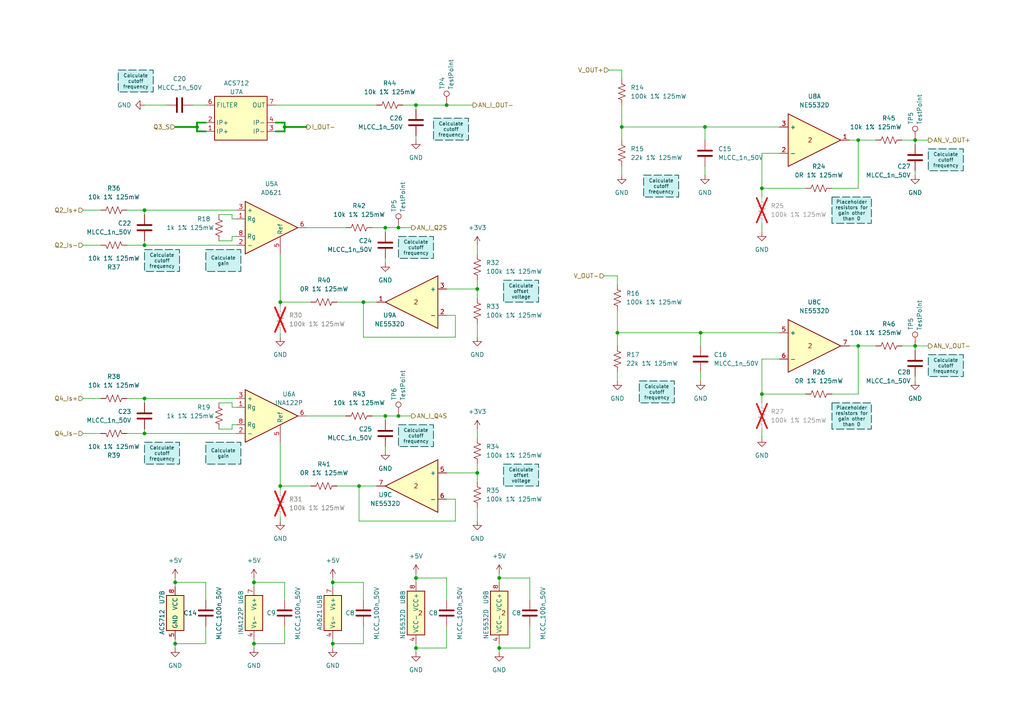
<source format=kicad_sch>
(kicad_sch (version 20230121) (generator eeschema)
  (paper "A4")
  (title_block (title "SINGLE PHASE INVERTER PROTOTYPE") (date "2024-12-20") (rev "v1.0") (company "rDMA") (comment 1 "Designer: Relja Marinkovic"))
  (lib_symbols
    (symbol "Connector:TestPoint" (pin_numbers hide) (pin_names (offset 0.762) hide)
      (property "Reference" "TP" (at 0 6.858 0))
      (property "Value" "TestPoint" (at 0 5.08 0))
      (symbol "TestPoint_1_1"
        (pin passive line (at 0 0 90) (length 2.54) (name "1") (number "1"))
      )
    )
    (symbol "R_Capacitors:CAP_MLCC_100nF_50V_X7R_0805" (pin_numbers hide) (pin_names (offset 0.254))
      (property "Reference" "C" (at 0.635 2.54 0))
      (property "Value" "MLCC_100n_50V" (at 0.635 -2.54 0))
      (symbol "CAP_MLCC_100nF_50V_X7R_0805_1_1"
        (pin passive line (at 0 3.81 270) (length 2.794) (name "~") (number "1"))
        (pin passive line (at 0 -3.81 90) (length 2.794) (name "~") (number "2"))
      )
    )
    (symbol "R_Capacitors:CAP_MLCC_1nF_63V_X7R_0805" (pin_numbers hide) (pin_names (offset 0.254))
      (property "Reference" "C" (at 0.635 2.54 0))
      (property "Value" "MLCC_1n_50V" (at 0.635 -2.54 0))
      (symbol "CAP_MLCC_1nF_63V_X7R_0805_1_1"
        (pin passive line (at 0 3.81 270) (length 2.794) (name "~") (number "1"))
        (pin passive line (at 0 -3.81 90) (length 2.794) (name "~") (number "2"))
      )
    )
    (symbol "R_Integrated_Circuits:Instrumentation-Amp_AD621"
      (property "Reference" "U" (at 2.54 6.985 0))
      (property "Value" "AD621" (at 2.54 5.08 0))
      (symbol "Instrumentation-Amp_AD621_1_1"
        (pin passive line (at -8.89 2.54 0) (length 2.54) (name "Rg") (number "1"))
        (pin input line (at -8.89 -5.08 0) (length 2.54) (name "-") (number "2"))
        (pin input line (at -8.89 5.08 0) (length 2.54) (name "+") (number "3"))
        (pin passive line (at 3.81 -7.62 90) (length 5.08) (name "Ref") (number "5"))
        (pin output line (at 11.43 0 180) (length 2.54) (name "~") (number "6"))
        (pin passive line (at -8.89 -2.54 0) (length 2.54) (name "Rg") (number "8"))
      )
      (symbol "Instrumentation-Amp_AD621_2_1"
        (pin power_in line (at -1.27 -7.62 90) (length 2.54) (name "Vs-") (number "4"))
        (pin power_in line (at -1.27 7.62 270) (length 2.54) (name "Vs+") (number "7"))
      )
    )
    (symbol "R_Integrated_Circuits:Instrumentation-Amp_INA122"
      (property "Reference" "U" (at 2.54 6.985 0))
      (property "Value" "INA122P" (at 2.54 5.08 0))
      (symbol "Instrumentation-Amp_INA122_1_1"
        (pin passive line (at -8.89 2.54 0) (length 2.54) (name "Rg") (number "1"))
        (pin input line (at -8.89 -5.08 0) (length 2.54) (name "-") (number "2"))
        (pin input line (at -8.89 5.08 0) (length 2.54) (name "+") (number "3"))
        (pin passive line (at 3.81 -7.62 90) (length 5.08) (name "Ref") (number "5"))
        (pin output line (at 11.43 0 180) (length 2.54) (name "~") (number "6"))
        (pin passive line (at -8.89 -2.54 0) (length 2.54) (name "Rg") (number "8"))
      )
      (symbol "Instrumentation-Amp_INA122_2_1"
        (pin power_in line (at -1.27 -7.62 90) (length 2.54) (name "Vs-") (number "4"))
        (pin power_in line (at -1.27 7.62 270) (length 2.54) (name "Vs+") (number "7"))
      )
    )
    (symbol "R_Integrated_Circuits:Isense_ACS712"
      (property "Reference" "U" (at 1.27 10.16 0))
      (property "Value" "ACS712" (at 0 7.62 0))
      (symbol "Isense_ACS712_1_1"
        (pin input line (at -10.16 3.81 0) (length 2.54) (name "IP+") (number "1"))
        (pin passive line (at -10.16 1.27 0) (length 2.54) (name "IP+") (number "2"))
        (pin passive line (at 10.16 3.81 180) (length 2.54) (name "IP-") (number "3"))
        (pin input line (at 10.16 1.27 180) (length 2.54) (name "IP-") (number "4"))
        (pin passive line (at -10.16 -3.81 0) (length 2.54) (name "FILTER") (number "6"))
        (pin output line (at 10.16 -3.81 180) (length 2.54) (name "OUT") (number "7"))
      )
      (symbol "Isense_ACS712_2_1"
        (pin power_in line (at 0 -7.62 90) (length 2.54) (name "GND") (number "5"))
        (pin power_in line (at 0 7.62 270) (length 2.54) (name "VCC") (number "8"))
      )
    )
    (symbol "R_Integrated_Circuits:OpAmp_NE5532D"
      (property "Reference" "U" (at 2.54 6.985 0))
      (property "Value" "NE5532D" (at 2.54 5.08 0))
      (symbol "OpAmp_NE5532D_0_1"
        (text "2" (at 0 0 0) (effects (font (size 1.27 1.27))))
      )
      (symbol "OpAmp_NE5532D_1_1"
        (pin output line (at 11.43 0 180) (length 2.54) (name "~") (number "1"))
        (pin input line (at -8.89 -3.81 0) (length 2.54) (name "-") (number "2"))
        (pin input line (at -8.89 3.81 0) (length 2.54) (name "+") (number "3"))
      )
      (symbol "OpAmp_NE5532D_2_1"
        (pin power_in line (at -1.27 -8.89 90) (length 2.54) (name "VCC-") (number "4"))
        (pin power_in line (at -1.27 8.89 270) (length 2.54) (name "VCC+") (number "8"))
      )
      (symbol "OpAmp_NE5532D_3_1"
        (pin input line (at -8.89 3.81 0) (length 2.54) (name "+") (number "5"))
        (pin input line (at -8.89 -3.81 0) (length 2.54) (name "-") (number "6"))
        (pin output line (at 11.43 0 180) (length 2.54) (name "~") (number "7"))
      )
    )
    (symbol "R_Resistors:RES_0R_1%_0805" (pin_numbers hide) (pin_names (offset 0))
      (property "Reference" "R" (at 3.048 33.528 90))
      (property "Value" "0R 1% 125mW" (at -2.54 0 90))
      (symbol "RES_0R_1%_0805_1_1"
        (pin passive line (at 0 3.81 270) (length 1.27) (name "~") (number "1"))
        (pin passive line (at 0 -3.81 90) (length 1.27) (name "~") (number "2"))
      )
    )
    (symbol "R_Resistors:RES_100k_1%_0805" (pin_numbers hide) (pin_names (offset 0))
      (property "Reference" "R" (at 3.048 33.528 90))
      (property "Value" "100k 1% 125mW" (at -2.54 0 90))
      (symbol "RES_100k_1%_0805_1_1"
        (pin passive line (at 0 3.81 270) (length 1.27) (name "~") (number "1"))
        (pin passive line (at 0 -3.81 90) (length 1.27) (name "~") (number "2"))
      )
    )
    (symbol "R_Resistors:RES_10k_1%_0805" (pin_numbers hide) (pin_names (offset 0))
      (property "Reference" "R" (at 3.048 33.528 90))
      (property "Value" "10k 1% 125mW" (at -2.54 0 90))
      (symbol "RES_10k_1%_0805_1_1"
        (pin passive line (at 0 3.81 270) (length 1.27) (name "~") (number "1"))
        (pin passive line (at 0 -3.81 90) (length 1.27) (name "~") (number "2"))
      )
    )
    (symbol "R_Resistors:RES_1k_1%_0805" (pin_numbers hide) (pin_names (offset 0))
      (property "Reference" "R" (at 3.048 33.528 90))
      (property "Value" "1k 1% 125mW" (at -2.54 0 90))
      (symbol "RES_1k_1%_0805_1_1"
        (pin passive line (at 0 3.81 270) (length 1.27) (name "~") (number "1"))
        (pin passive line (at 0 -3.81 90) (length 1.27) (name "~") (number "2"))
      )
    )
    (symbol "R_Resistors:RES_22k_1%_0805" (pin_numbers hide) (pin_names (offset 0))
      (property "Reference" "R" (at 3.048 33.528 90))
      (property "Value" "22k 1% 125mW" (at -2.54 0 90))
      (symbol "RES_22k_1%_0805_1_1"
        (pin passive line (at 0 3.81 270) (length 1.27) (name "~") (number "1"))
        (pin passive line (at 0 -3.81 90) (length 1.27) (name "~") (number "2"))
      )
    )
    (symbol "power:+3V3" (power) (pin_names (offset 0))
      (property "Value" "+3V3" (at 0 3.556 0))
      (symbol "+3V3_1_1"
        (pin power_in line (at 0 0 90) (length 0) hide (name "+3V3") (number "1"))
      )
    )
    (symbol "power:+5V" (power) (pin_names (offset 0))
      (property "Value" "+5V" (at 0 3.556 0))
      (symbol "+5V_1_1"
        (pin power_in line (at 0 0 90) (length 0) hide (name "+5V") (number "1"))
      )
    )
    (symbol "power:GND" (power) (pin_names (offset 0))
      (property "Value" "GND" (at 0 -3.81 0))
      (symbol "GND_1_1"
        (pin power_in line (at 0 0 270) (length 0) hide (name "GND") (number "1"))
      )
    )
  )
  (junction (at 105.41 87.63))
  (junction (at 180.34 36.83))
  (junction (at 120.65 30.48))
  (junction (at 41.91 125.73))
  (junction (at 220.98 54.61))
  (junction (at 96.52 168.91))
  (junction (at 57.15 36.83))
  (junction (at 73.66 186.69))
  (junction (at 144.78 187.96))
  (junction (at 203.2 96.52))
  (junction (at 41.91 71.12))
  (junction (at 138.43 137.16))
  (junction (at 115.57 66.04))
  (junction (at 179.07 96.52))
  (junction (at 81.28 87.63))
  (junction (at 138.43 83.82))
  (junction (at 248.92 100.33))
  (junction (at 73.66 168.91))
  (junction (at 41.91 115.57))
  (junction (at 111.76 120.65))
  (junction (at 265.43 40.64))
  (junction (at 50.8 168.91))
  (junction (at 82.55 36.83))
  (junction (at 96.52 186.69))
  (junction (at 120.65 187.96))
  (junction (at 265.43 100.33))
  (junction (at 220.98 114.3))
  (junction (at 204.47 36.83))
  (junction (at 111.76 66.04))
  (junction (at 104.14 140.97))
  (junction (at 120.65 167.64))
  (junction (at 248.92 40.64))
  (junction (at 41.91 60.96))
  (junction (at 129.54 30.48))
  (junction (at 144.78 167.64))
  (junction (at 81.28 140.97))
  (junction (at 50.8 186.69))
  (junction (at 115.57 120.65))
  (wire (pts (xy 81.28 128.27) (xy 81.28 140.97)))
  (wire (pts (xy 50.8 36.83) (xy 57.15 36.83)) (stroke (width 0.5)))
  (wire (pts (xy 105.41 168.91) (xy 96.52 168.91)))
  (wire (pts (xy 111.76 120.65) (xy 115.57 120.65)))
  (wire (pts (xy 204.47 36.83) (xy 226.06 36.83)))
  (wire (pts (xy 120.65 167.64) (xy 120.65 168.91)))
  (wire (pts (xy 261.62 100.33) (xy 265.43 100.33)))
  (wire (pts (xy 41.91 69.85) (xy 41.91 71.12)))
  (wire (pts (xy 220.98 54.61) (xy 220.98 44.45)))
  (wire (pts (xy 233.68 54.61) (xy 220.98 54.61)))
  (wire (pts (xy 144.78 187.96) (xy 144.78 189.23)))
  (wire (pts (xy 109.22 87.63) (xy 105.41 87.63)))
  (wire (pts (xy 55.88 30.48) (xy 59.69 30.48)))
  (wire (pts (xy 179.07 90.17) (xy 179.07 96.52)))
  (wire (pts (xy 82.55 36.83) (xy 88.9 36.83)) (stroke (width 0.5)))
  (wire (pts (xy 132.08 144.78) (xy 132.08 151.13)))
  (wire (pts (xy 82.55 186.69) (xy 73.66 186.69)))
  (wire (pts (xy 41.91 115.57) (xy 68.58 115.57)))
  (wire (pts (xy 179.07 96.52) (xy 203.2 96.52)))
  (wire (pts (xy 24.13 60.96) (xy 29.21 60.96)))
  (wire (pts (xy 233.68 114.3) (xy 220.98 114.3)))
  (wire (pts (xy 63.5 62.23) (xy 67.31 62.23)))
  (wire (pts (xy 90.17 140.97) (xy 81.28 140.97)))
  (wire (pts (xy 248.92 54.61) (xy 248.92 40.64)))
  (wire (pts (xy 57.15 35.56) (xy 57.15 36.83)) (stroke (width 0.5)))
  (wire (pts (xy 129.54 83.82) (xy 138.43 83.82)))
  (wire (pts (xy 180.34 20.32) (xy 180.34 22.86)))
  (wire (pts (xy 115.57 120.65) (xy 119.38 120.65)))
  (wire (pts (xy 82.55 173.99) (xy 82.55 168.91)))
  (wire (pts (xy 132.08 151.13) (xy 104.14 151.13)))
  (wire (pts (xy 153.67 173.99) (xy 153.67 167.64)))
  (wire (pts (xy 204.47 36.83) (xy 204.47 40.64)))
  (wire (pts (xy 73.66 168.91) (xy 73.66 167.64)))
  (wire (pts (xy 80.01 30.48) (xy 109.22 30.48)))
  (wire (pts (xy 104.14 140.97) (xy 97.79 140.97)))
  (wire (pts (xy 220.98 114.3) (xy 220.98 104.14)))
  (wire (pts (xy 180.34 36.83) (xy 204.47 36.83)))
  (wire (pts (xy 129.54 167.64) (xy 120.65 167.64)))
  (wire (pts (xy 220.98 54.61) (xy 220.98 57.15)))
  (wire (pts (xy 180.34 36.83) (xy 180.34 40.64)))
  (wire (pts (xy 81.28 149.86) (xy 81.28 151.13)))
  (wire (pts (xy 80.01 38.1) (xy 82.55 38.1)) (stroke (width 0.5)))
  (wire (pts (xy 144.78 166.37) (xy 144.78 167.64)))
  (wire (pts (xy 111.76 66.04) (xy 111.76 67.31)))
  (wire (pts (xy 129.54 144.78) (xy 132.08 144.78)))
  (wire (pts (xy 203.2 96.52) (xy 203.2 100.33)))
  (wire (pts (xy 88.9 120.65) (xy 100.33 120.65)))
  (wire (pts (xy 107.95 66.04) (xy 111.76 66.04)))
  (wire (pts (xy 57.15 38.1) (xy 59.69 38.1)) (stroke (width 0.5)))
  (wire (pts (xy 41.91 71.12) (xy 68.58 71.12)))
  (wire (pts (xy 138.43 93.98) (xy 138.43 97.79)))
  (wire (pts (xy 261.62 40.64) (xy 265.43 40.64)))
  (wire (pts (xy 129.54 187.96) (xy 120.65 187.96)))
  (wire (pts (xy 81.28 73.66) (xy 81.28 87.63)))
  (wire (pts (xy 111.76 120.65) (xy 111.76 121.92)))
  (wire (pts (xy 105.41 173.99) (xy 105.41 168.91)))
  (wire (pts (xy 88.9 66.04) (xy 100.33 66.04)))
  (wire (pts (xy 67.31 116.84) (xy 67.31 118.11)))
  (wire (pts (xy 67.31 68.58) (xy 68.58 68.58)))
  (wire (pts (xy 73.66 168.91) (xy 73.66 170.18)))
  (wire (pts (xy 67.31 118.11) (xy 68.58 118.11)))
  (wire (pts (xy 138.43 83.82) (xy 138.43 81.28)))
  (wire (pts (xy 241.3 54.61) (xy 248.92 54.61)))
  (wire (pts (xy 105.41 87.63) (xy 97.79 87.63)))
  (wire (pts (xy 63.5 69.85) (xy 67.31 69.85)))
  (wire (pts (xy 90.17 87.63) (xy 81.28 87.63)))
  (wire (pts (xy 50.8 168.91) (xy 50.8 167.64)))
  (wire (pts (xy 265.43 40.64) (xy 265.43 41.91)))
  (wire (pts (xy 107.95 120.65) (xy 111.76 120.65)))
  (wire (pts (xy 104.14 151.13) (xy 104.14 140.97)))
  (wire (pts (xy 220.98 44.45) (xy 226.06 44.45)))
  (wire (pts (xy 67.31 63.5) (xy 68.58 63.5)))
  (wire (pts (xy 82.55 36.83) (xy 82.55 38.1)) (stroke (width 0.5)))
  (wire (pts (xy 265.43 40.64) (xy 269.24 40.64)))
  (wire (pts (xy 63.5 124.46) (xy 67.31 124.46)))
  (wire (pts (xy 96.52 167.64) (xy 96.52 168.91)))
  (wire (pts (xy 153.67 167.64) (xy 144.78 167.64)))
  (wire (pts (xy 59.69 173.99) (xy 59.69 168.91)))
  (wire (pts (xy 81.28 140.97) (xy 81.28 142.24)))
  (wire (pts (xy 57.15 35.56) (xy 59.69 35.56)) (stroke (width 0.5)))
  (wire (pts (xy 50.8 186.69) (xy 50.8 187.96)))
  (wire (pts (xy 203.2 107.95) (xy 203.2 110.49)))
  (wire (pts (xy 67.31 124.46) (xy 67.31 123.19)))
  (wire (pts (xy 144.78 187.96) (xy 144.78 186.69)))
  (wire (pts (xy 180.34 30.48) (xy 180.34 36.83)))
  (wire (pts (xy 120.65 187.96) (xy 120.65 186.69)))
  (wire (pts (xy 129.54 137.16) (xy 138.43 137.16)))
  (wire (pts (xy 41.91 60.96) (xy 68.58 60.96)))
  (wire (pts (xy 105.41 186.69) (xy 96.52 186.69)))
  (wire (pts (xy 96.52 186.69) (xy 96.52 187.96)))
  (wire (pts (xy 96.52 185.42) (xy 96.52 186.69)))
  (wire (pts (xy 220.98 114.3) (xy 220.98 116.84)))
  (wire (pts (xy 220.98 104.14) (xy 226.06 104.14)))
  (wire (pts (xy 248.92 100.33) (xy 254 100.33)))
  (wire (pts (xy 248.92 40.64) (xy 254 40.64)))
  (wire (pts (xy 82.55 168.91) (xy 73.66 168.91)))
  (wire (pts (xy 67.31 123.19) (xy 68.58 123.19)))
  (wire (pts (xy 59.69 181.61) (xy 59.69 186.69)))
  (wire (pts (xy 153.67 181.61) (xy 153.67 187.96)))
  (wire (pts (xy 248.92 114.3) (xy 248.92 100.33)))
  (wire (pts (xy 59.69 186.69) (xy 50.8 186.69)))
  (wire (pts (xy 36.83 71.12) (xy 41.91 71.12)))
  (wire (pts (xy 111.76 74.93) (xy 111.76 76.2)))
  (wire (pts (xy 59.69 168.91) (xy 50.8 168.91)))
  (wire (pts (xy 129.54 30.48) (xy 137.16 30.48)))
  (wire (pts (xy 129.54 91.44) (xy 132.08 91.44)))
  (wire (pts (xy 67.31 69.85) (xy 67.31 68.58)))
  (wire (pts (xy 81.28 96.52) (xy 81.28 97.79)))
  (wire (pts (xy 50.8 168.91) (xy 50.8 170.18)))
  (wire (pts (xy 265.43 100.33) (xy 265.43 101.6)))
  (wire (pts (xy 36.83 115.57) (xy 41.91 115.57)))
  (wire (pts (xy 265.43 49.53) (xy 265.43 50.8)))
  (wire (pts (xy 36.83 60.96) (xy 41.91 60.96)))
  (wire (pts (xy 246.38 100.33) (xy 248.92 100.33)))
  (wire (pts (xy 120.65 187.96) (xy 120.65 189.23)))
  (wire (pts (xy 36.83 125.73) (xy 41.91 125.73)))
  (wire (pts (xy 41.91 30.48) (xy 48.26 30.48)))
  (wire (pts (xy 129.54 181.61) (xy 129.54 187.96)))
  (wire (pts (xy 111.76 129.54) (xy 111.76 130.81)))
  (wire (pts (xy 180.34 48.26) (xy 180.34 50.8)))
  (wire (pts (xy 24.13 125.73) (xy 29.21 125.73)))
  (wire (pts (xy 116.84 30.48) (xy 120.65 30.48)))
  (wire (pts (xy 138.43 124.46) (xy 138.43 127)))
  (wire (pts (xy 179.07 80.01) (xy 179.07 82.55)))
  (wire (pts (xy 63.5 116.84) (xy 67.31 116.84)))
  (wire (pts (xy 138.43 83.82) (xy 138.43 86.36)))
  (wire (pts (xy 138.43 71.12) (xy 138.43 73.66)))
  (wire (pts (xy 175.26 80.01) (xy 179.07 80.01)))
  (wire (pts (xy 109.22 140.97) (xy 104.14 140.97)))
  (wire (pts (xy 73.66 186.69) (xy 73.66 187.96)))
  (wire (pts (xy 82.55 181.61) (xy 82.55 186.69)))
  (wire (pts (xy 24.13 71.12) (xy 29.21 71.12)))
  (wire (pts (xy 96.52 168.91) (xy 96.52 170.18)))
  (wire (pts (xy 179.07 96.52) (xy 179.07 100.33)))
  (wire (pts (xy 41.91 115.57) (xy 41.91 116.84)))
  (wire (pts (xy 105.41 97.79) (xy 105.41 87.63)))
  (wire (pts (xy 57.15 36.83) (xy 57.15 38.1)) (stroke (width 0.5)))
  (wire (pts (xy 129.54 173.99) (xy 129.54 167.64)))
  (wire (pts (xy 153.67 187.96) (xy 144.78 187.96)))
  (wire (pts (xy 120.65 166.37) (xy 120.65 167.64)))
  (wire (pts (xy 73.66 185.42) (xy 73.66 186.69)))
  (wire (pts (xy 132.08 97.79) (xy 105.41 97.79)))
  (wire (pts (xy 144.78 167.64) (xy 144.78 168.91)))
  (wire (pts (xy 105.41 181.61) (xy 105.41 186.69)))
  (wire (pts (xy 80.01 35.56) (xy 82.55 35.56)) (stroke (width 0.5)))
  (wire (pts (xy 246.38 40.64) (xy 248.92 40.64)))
  (wire (pts (xy 220.98 124.46) (xy 220.98 127)))
  (wire (pts (xy 41.91 125.73) (xy 68.58 125.73)))
  (wire (pts (xy 138.43 137.16) (xy 138.43 139.7)))
  (wire (pts (xy 138.43 137.16) (xy 138.43 134.62)))
  (wire (pts (xy 115.57 66.04) (xy 119.38 66.04)))
  (wire (pts (xy 41.91 60.96) (xy 41.91 62.23)))
  (wire (pts (xy 132.08 91.44) (xy 132.08 97.79)))
  (wire (pts (xy 67.31 62.23) (xy 67.31 63.5)))
  (wire (pts (xy 204.47 48.26) (xy 204.47 50.8)))
  (wire (pts (xy 220.98 64.77) (xy 220.98 67.31)))
  (wire (pts (xy 81.28 87.63) (xy 81.28 88.9)))
  (wire (pts (xy 120.65 30.48) (xy 129.54 30.48)))
  (wire (pts (xy 265.43 109.22) (xy 265.43 110.49)))
  (wire (pts (xy 24.13 115.57) (xy 29.21 115.57)))
  (wire (pts (xy 120.65 30.48) (xy 120.65 31.75)))
  (wire (pts (xy 241.3 114.3) (xy 248.92 114.3)))
  (wire (pts (xy 203.2 96.52) (xy 226.06 96.52)))
  (wire (pts (xy 50.8 185.42) (xy 50.8 186.69)))
  (wire (pts (xy 120.65 39.37) (xy 120.65 40.64)))
  (wire (pts (xy 138.43 147.32) (xy 138.43 151.13)))
  (wire (pts (xy 41.91 124.46) (xy 41.91 125.73)))
  (wire (pts (xy 82.55 35.56) (xy 82.55 36.83)) (stroke (width 0.5)))
  (wire (pts (xy 176.53 20.32) (xy 180.34 20.32)))
  (wire (pts (xy 179.07 107.95) (xy 179.07 110.49)))
  (wire (pts (xy 111.76 66.04) (xy 115.57 66.04)))
  (wire (pts (xy 265.43 100.33) (xy 269.24 100.33)))
  (text_box "Calculate cutoff frequency" (at 41.91 128.27 0) (size 10.16 6.35) (stroke (width 0.2) (type dash) (color 0 72 72 1)) (fill (type color) (color 0 194 194 0.2)) (effects (font (size 1 1))))
  (text_box "Calculate cutoff frequency" (at 185.42 110.49 0) (size 10.16 6.35) (stroke (width 0.2) (type dash) (color 0 72 72 1)) (fill (type color) (color 0 194 194 0.2)) (effects (font (size 1 1))))
  (text_box "Calculate cutoff frequency" (at 269.24 102.87 0) (size 10.16 6.35) (stroke (width 0.2) (type dash) (color 0 72 72 1)) (fill (type color) (color 0 194 194 0.2)) (effects (font (size 1 1))))
  (text_box "Calculate cutoff frequency" (at 41.91 72.39 0) (size 10.16 6.35) (stroke (width 0.2) (type dash) (color 0 72 72 1)) (fill (type color) (color 0 194 194 0.2)) (effects (font (size 1 1))))
  (text_box "Calculate cutoff frequency" (at 125.73 34.29 0) (size 10.16 6.35) (stroke (width 0.2) (type dash) (color 0 72 72 1)) (fill (type color) (color 0 194 194 0.2)) (effects (font (size 1 1))))
  (text_box "Calculate offset voltage" (at 146.05 134.62 0) (size 10.16 6.35) (stroke (width 0.2) (type dash) (color 0 72 72 1)) (fill (type color) (color 0 194 194 0.2)) (effects (font (size 1 1))))
  (text_box "Calculate gain" (at 59.69 72.39 0) (size 10.16 6.35) (stroke (width 0.2) (type dash) (color 0 72 72 1)) (fill (type color) (color 0 194 194 0.2)) (effects (font (size 1 1))))
  (text_box "Calculate cutoff frequency" (at 34.29 20.32 0) (size 10.16 6.35) (stroke (width 0.2) (type dash) (color 0 72 72 1)) (fill (type color) (color 0 194 194 0.2)) (effects (font (size 1 1))))
  (text_box "Placeholder resistors for gain other than 0" (at 241.3 57.15 0) (size 11.43 7.62) (stroke (width 0.2) (type dash) (color 0 72 72 1)) (fill (type color) (color 0 194 194 0.2)) (effects (font (size 1 1))))
  (text_box "Placeholder resistors for gain other than 0" (at 241.3 116.84 0) (size 11.43 7.62) (stroke (width 0.2) (type dash) (color 0 72 72 1)) (fill (type color) (color 0 194 194 0.2)) (effects (font (size 1 1))))
  (text_box "Calculate cutoff frequency" (at 115.57 68.58 0) (size 10.16 6.35) (stroke (width 0.2) (type dash) (color 0 72 72 1)) (fill (type color) (color 0 194 194 0.2)) (effects (font (size 1 1))))
  (text_box "Calculate cutoff frequency" (at 269.24 43.18 0) (size 10.16 6.35) (stroke (width 0.2) (type dash) (color 0 72 72 1)) (fill (type color) (color 0 194 194 0.2)) (effects (font (size 1 1))))
  (text_box "Calculate cutoff frequency" (at 186.69 50.8 0) (size 10.16 6.35) (stroke (width 0.2) (type dash) (color 0 72 72 1)) (fill (type color) (color 0 194 194 0.2)) (effects (font (size 1 1))))
  (text_box "Calculate cutoff frequency" (at 115.57 123.19 0) (size 10.16 6.35) (stroke (width 0.2) (type dash) (color 0 72 72 1)) (fill (type color) (color 0 194 194 0.2)) (effects (font (size 1 1))))
  (text_box "Calculate gain" (at 59.69 128.27 0) (size 10.16 6.35) (stroke (width 0.2) (type dash) (color 0 72 72 1)) (fill (type color) (color 0 194 194 0.2)) (effects (font (size 1 1))))
  (text_box "Calculate offset voltage" (at 146.05 81.28 0) (size 10.16 6.35) (stroke (width 0.2) (type dash) (color 0 72 72 1)) (fill (type color) (color 0 194 194 0.2)) (effects (font (size 1 1))))
  (hierarchical_label "I_OUT-" (shape output) (at 88.9 36.83 0))
  (hierarchical_label "AN_V_OUT-" (shape output) (at 269.24 100.33 0))
  (hierarchical_label "Q4_Is-" (shape input) (at 24.13 125.73 180))
  (hierarchical_label "Q2_Is-" (shape input) (at 24.13 71.12 180))
  (hierarchical_label "Q4_Is+" (shape input) (at 24.13 115.57 180))
  (hierarchical_label "AN_I_Q4S" (shape output) (at 119.38 120.65 0))
  (hierarchical_label "AN_I_Q2S" (shape output) (at 119.38 66.04 0))
  (hierarchical_label "Q2_Is+" (shape input) (at 24.13 60.96 180))
  (hierarchical_label "AN_V_OUT+" (shape output) (at 269.24 40.64 0))
  (hierarchical_label "V_OUT+" (shape input) (at 176.53 20.32 180))
  (hierarchical_label "Q3_S" (shape input) (at 50.8 36.83 180))
  (hierarchical_label "V_OUT-" (shape input) (at 175.26 80.01 180))
  (hierarchical_label "AN_I_OUT-" (shape output) (at 137.16 30.48 0))
  (symbol (lib_id "R_Resistors:RES_100k_1%_0805") (at 138.43 90.17 0) (unit 1)
    (property "Reference" "R33" (at 140.97 88.9 0) (effects (justify left)))
    (property "Value" "100k 1% 125mW" (at 140.97 91.44 0) (effects (justify left)))
    (property "Footprint" "Resistor_SMD:R_0805_2012Metric_Pad1.20x1.40mm_HandSolder" (effects hide))
    (property "Supplier 1" "Kelco" (effects hide))
    (property "Supplier 1 Part Number" "11081" (effects hide))
    (property "Supplier 1 Link" "https://kelco.rs/katalog/detalji.php?ID=11081" (effects hide))
    (property "Resistance" "10k" (effects hide))
    (property "Tolerance" "1%" (effects hide))
    (property "Package" "0805" (effects hide))
    (property "Operating Temperature" "-55°C ~ 155°C" (effects hide))
    (property "Power Rating" "125mW" (effects hide))
  )
  (symbol (lib_id "R_Resistors:RES_100k_1%_0805") (at 220.98 120.65 0) (unit 1) (dnp yes)
    (property "Reference" "R27" (at 223.52 119.38 0) (effects (justify left)))
    (property "Value" "100k 1% 125mW" (at 223.52 121.92 0) (effects (justify left)))
    (property "Footprint" "Resistor_SMD:R_0805_2012Metric_Pad1.20x1.40mm_HandSolder" (effects hide))
    (property "Supplier 1" "Kelco" (effects hide))
    (property "Supplier 1 Part Number" "11081" (effects hide))
    (property "Supplier 1 Link" "https://kelco.rs/katalog/detalji.php?ID=11081" (effects hide))
    (property "Resistance" "10k" (effects hide))
    (property "Tolerance" "1%" (effects hide))
    (property "Package" "0805" (effects hide))
    (property "Operating Temperature" "-55°C ~ 155°C" (effects hide))
    (property "Power Rating" "125mW" (effects hide))
  )
  (symbol (lib_id "R_Integrated_Circuits:Instrumentation-Amp_INA122") (at 77.47 120.65 0) (unit 1)
    (property "Reference" "U6" (at 83.82 114.3 0))
    (property "Value" "INA122P" (at 83.82 116.84 0))
    (property "Footprint" "Package_DIP:DIP-8_W7.62mm" (effects hide))
    (property "Datasheet" "https://www.ti.com/lit/ds/symlink/ina122.pdf" (effects hide))
    (property "Manufacturer" "Texas Instruments" (effects hide))
    (property "Manufacturer Part Number" "INA122" (effects hide))
    (property "Supplier 1" "Kelco" (effects hide))
    (property "Supplier 1 Order Number" "11260" (effects hide))
    (property "Supplier 1 Link" "https://kelco.rs/katalog/detalji.php?ID=11260" (effects hide))
    (property "Package" "8-DIP" (effects hide))
    (property "Temperature Range" "-40°C ~ 85°C" (effects hide))
  )
  (symbol (lib_id "R_Resistors:RES_22k_1%_0805") (at 179.07 104.14 0) (unit 1)
    (property "Reference" "R17" (at 181.61 102.87 0) (effects (justify left)))
    (property "Value" "22k 1% 125mW" (at 181.61 105.41 0) (effects (justify left)))
    (property "Footprint" "Resistor_SMD:R_0805_2012Metric_Pad1.20x1.40mm_HandSolder" (effects hide))
    (property "Supplier 1" "Kelco" (effects hide))
    (property "Supplier 1 Part Number" "11079" (effects hide))
    (property "Supplier 1 Link" "https://kelco.rs/katalog/detalji.php?ID=11079" (effects hide))
    (property "Resistance" "22k" (effects hide))
    (property "Tolerance" "1%" (effects hide))
    (property "Package" "0805" (effects hide))
    (property "Operating Temperature" "-55°C ~ 155°C" (effects hide))
    (property "Power Rating" "125mW" (effects hide))
  )
  (symbol (lib_id "power:GND") (at 120.65 189.23 0) (unit 1)
    (property "Reference" "#PWR02" (effects hide))
    (property "Value" "GND" (at 120.65 194.31 0))
    (instances (project "Inv_v1" (path "" (reference "#PWR02") (unit 1)) (path "" (reference "#PWR047") (unit 1)) (path "" (reference "#PWR063") (unit 1))))
  )
  (symbol (lib_id "R_Capacitors:CAP_MLCC_1nF_63V_X7R_0805") (at 41.91 120.65 0) (mirror x) (unit 1)
    (property "Reference" "C23" (at 38.1 119.38 0) (effects (justify right)))
    (property "Value" "MLCC_1n_50V" (at 38.1 121.92 0) (effects (justify right)))
    (property "Footprint" "Capacitor_SMD:C_0805_2012Metric_Pad1.18x1.45mm_HandSolder" (effects hide))
    (property "Supplier 1" "Kelco" (effects hide))
    (property "Supplier 1 Order Number" "7465" (effects hide))
    (property "Supplier 1 Link" "https://kelco.rs/katalog/detalji.php?ID=7465" (effects hide))
    (property "Package" "0805" (effects hide))
    (property "Operating Temperature" "-55°C ~ 125°C" (effects hide))
    (property "Capacitance" "1nF" (effects hide))
    (property "Capacitor type" "MLCC" (effects hide))
    (property "Dielectric" "X7R" (effects hide))
    (property "Tolerance" "?" (effects hide))
    (property "Rated Voltage" "63V" (effects hide))
  )
  (symbol (lib_id "power:GND") (at 144.78 189.23 0) (unit 1)
    (property "Reference" "#PWR02" (effects hide))
    (property "Value" "GND" (at 144.78 194.31 0))
    (instances (project "Inv_v1" (path "" (reference "#PWR02") (unit 1)) (path "" (reference "#PWR047") (unit 1)) (path "" (reference "#PWR071") (unit 1))))
  )
  (symbol (lib_id "R_Integrated_Circuits:OpAmp_NE5532D") (at 120.65 140.97 0) (mirror y) (unit 3)
    (property "Reference" "U9" (at 111.76 143.51 0))
    (property "Value" "NE5532D" (at 111.76 146.05 0))
    (property "Footprint" "Package_DIP:DIP-8_W7.62mm" (effects hide))
    (property "Datasheet" "https://www.analog.com/media/en/technical-documentation/data-sheets/AD621.pdf" (effects hide))
    (property "Manufacturer" "Texas Instruments" (effects hide))
    (property "Manufacturer Part Number" "NE5532D" (effects hide))
    (property "Supplier 1" "Kelco" (effects hide))
    (property "Supplier 1 Order Number" "13483" (effects hide))
    (property "Supplier 1 Link" "https://kelco.rs/katalog/detalji.php?ID=13483" (effects hide))
    (property "Package" "8-SOIC" (effects hide))
    (property "Temperature Range" "-40°C ~ 85°C" (effects hide))
  )
  (symbol (lib_id "R_Capacitors:CAP_MLCC_1nF_63V_X7R_0805") (at 203.2 104.14 0) (unit 1)
    (property "Reference" "C16" (at 207.01 102.87 0) (effects (justify left)))
    (property "Value" "MLCC_1n_50V" (at 207.01 105.41 0) (effects (justify left)))
    (property "Footprint" "Capacitor_SMD:C_0805_2012Metric_Pad1.18x1.45mm_HandSolder" (effects hide))
    (property "Supplier 1" "Kelco" (effects hide))
    (property "Supplier 1 Order Number" "7465" (effects hide))
    (property "Supplier 1 Link" "https://kelco.rs/katalog/detalji.php?ID=7465" (effects hide))
    (property "Package" "0805" (effects hide))
    (property "Operating Temperature" "-55°C ~ 125°C" (effects hide))
    (property "Capacitance" "1nF" (effects hide))
    (property "Capacitor type" "MLCC" (effects hide))
    (property "Dielectric" "X7R" (effects hide))
    (property "Tolerance" "?" (effects hide))
    (property "Rated Voltage" "63V" (effects hide))
  )
  (symbol (lib_id "power:GND") (at 81.28 151.13 0) (unit 1)
    (property "Reference" "#PWR02" (effects hide))
    (property "Value" "GND" (at 81.28 156.21 0))
    (instances (project "Inv_v1" (path "" (reference "#PWR02") (unit 1)) (path "" (reference "#PWR047") (unit 1)) (path "" (reference "#PWR073") (unit 1))))
  )
  (symbol (lib_id "R_Capacitors:CAP_MLCC_1nF_63V_X7R_0805") (at 265.43 45.72 0) (mirror x) (unit 1)
    (property "Reference" "C27" (at 264.16 48.26 0) (effects (justify right)))
    (property "Value" "MLCC_1n_50V" (at 264.16 50.8 0) (effects (justify right)))
    (property "Footprint" "Capacitor_SMD:C_0805_2012Metric_Pad1.18x1.45mm_HandSolder" (effects hide))
    (property "Supplier 1" "Kelco" (effects hide))
    (property "Supplier 1 Order Number" "7465" (effects hide))
    (property "Supplier 1 Link" "https://kelco.rs/katalog/detalji.php?ID=7465" (effects hide))
    (property "Package" "0805" (effects hide))
    (property "Operating Temperature" "-55°C ~ 125°C" (effects hide))
    (property "Capacitance" "1nF" (effects hide))
    (property "Capacitor type" "MLCC" (effects hide))
    (property "Dielectric" "X7R" (effects hide))
    (property "Tolerance" "?" (effects hide))
    (property "Rated Voltage" "63V" (effects hide))
  )
  (symbol (lib_id "R_Capacitors:CAP_MLCC_1nF_63V_X7R_0805") (at 204.47 44.45 0) (unit 1)
    (property "Reference" "C15" (at 208.28 43.18 0) (effects (justify left)))
    (property "Value" "MLCC_1n_50V" (at 208.28 45.72 0) (effects (justify left)))
    (property "Footprint" "Capacitor_SMD:C_0805_2012Metric_Pad1.18x1.45mm_HandSolder" (effects hide))
    (property "Supplier 1" "Kelco" (effects hide))
    (property "Supplier 1 Order Number" "7465" (effects hide))
    (property "Supplier 1 Link" "https://kelco.rs/katalog/detalji.php?ID=7465" (effects hide))
    (property "Package" "0805" (effects hide))
    (property "Operating Temperature" "-55°C ~ 125°C" (effects hide))
    (property "Capacitance" "1nF" (effects hide))
    (property "Capacitor type" "MLCC" (effects hide))
    (property "Dielectric" "X7R" (effects hide))
    (property "Tolerance" "?" (effects hide))
    (property "Rated Voltage" "63V" (effects hide))
  )
  (symbol (lib_id "power:GND") (at 265.43 50.8 0) (unit 1)
    (property "Reference" "#PWR02" (effects hide))
    (property "Value" "GND" (at 265.43 55.88 0))
    (instances (project "Inv_v1" (path "" (reference "#PWR02") (unit 1)) (path "" (reference "#PWR047") (unit 1)) (path "" (reference "#PWR081") (unit 1))))
  )
  (symbol (lib_id "R_Integrated_Circuits:OpAmp_NE5532D") (at 234.95 100.33 0) (unit 3)
    (property "Reference" "U8" (at 236.22 87.63 0))
    (property "Value" "NE5532D" (at 236.22 90.17 0))
    (property "Footprint" "Package_DIP:DIP-8_W7.62mm" (effects hide))
    (property "Datasheet" "https://www.analog.com/media/en/technical-documentation/data-sheets/AD621.pdf" (effects hide))
    (property "Manufacturer" "Texas Instruments" (effects hide))
    (property "Manufacturer Part Number" "NE5532D" (effects hide))
    (property "Supplier 1" "Kelco" (effects hide))
    (property "Supplier 1 Order Number" "13483" (effects hide))
    (property "Supplier 1 Link" "https://kelco.rs/katalog/detalji.php?ID=13483" (effects hide))
    (property "Package" "8-SOIC" (effects hide))
    (property "Temperature Range" "-40°C ~ 85°C" (effects hide))
  )
  (symbol (lib_id "R_Capacitors:CAP_MLCC_100nF_50V_X7R_0805") (at 82.55 177.8 180) (unit 1)
    (property "Reference" "C9" (at 80.01 177.8 0) (effects (justify left)))
    (property "Value" "MLCC_100n_50V" (at 86.36 170.18 90) (effects (justify left)))
    (property "Footprint" "Capacitor_SMD:C_0805_2012Metric_Pad1.18x1.45mm_HandSolder" (effects hide))
    (property "Supplier 1" "Kelco" (effects hide))
    (property "Supplier 1 Order Number" "7463" (effects hide))
    (property "Package" "0805" (effects hide))
    (property "Operating Temperature" "-55°C ~ 125°C" (effects hide))
    (property "Capacitance" "100nF" (effects hide))
    (property "Capacitor type" "MLCC" (effects hide))
    (property "Dielectric" "X7R" (effects hide))
    (property "Tolerance" "?" (effects hide))
    (property "Rated Voltage" "50V" (effects hide))
  )
  (symbol (lib_id "Connector:TestPoint") (at 115.57 66.04 0) (unit 1)
    (property "Reference" "TP5" (at 114.3 59.69 90))
    (property "Value" "TestPoint" (at 116.84 57.15 90))
    (property "Footprint" "TestPoint:TestPoint_THTPad_2.0x2.0mm_Drill1.0mm" (effects hide))
  )
  (symbol (lib_id "power:+5V") (at 50.8 167.64 0) (unit 1)
    (property "Reference" "#PWR054" (effects hide))
    (property "Value" "+5V" (at 50.8 162.56 0))
    (instances (project "Inv_v1" (path "" (reference "#PWR054") (unit 1)) (path "" (reference "#PWR046") (unit 1))))
  )
  (symbol (lib_id "power:GND") (at 204.47 50.8 0) (unit 1)
    (property "Reference" "#PWR02" (effects hide))
    (property "Value" "GND" (at 204.47 55.88 0))
    (instances (project "Inv_v1" (path "" (reference "#PWR02") (unit 1)) (path "" (reference "#PWR049") (unit 1)) (path "" (reference "#PWR060") (unit 1))))
  )
  (symbol (lib_id "R_Resistors:RES_10k_1%_0805") (at 33.02 71.12 270) (mirror x) (unit 1)
    (property "Reference" "R37" (at 33.02 77.47 90))
    (property "Value" "10k 1% 125mW" (at 33.02 74.93 90))
    (property "Footprint" "Resistor_SMD:R_0805_2012Metric_Pad1.20x1.40mm_HandSolder" (effects hide))
    (property "Supplier 1" "Kelco" (effects hide))
    (property "Supplier 1 Part Number" "10683" (effects hide))
    (property "Supplier 1 Link" "https://kelco.rs/katalog/detalji.php?ID=10683" (effects hide))
    (property "Resistance" "10k" (effects hide))
    (property "Tolerance" "1%" (effects hide))
    (property "Package" "0805" (effects hide))
    (property "Operating Temperature" "-55°C ~ 155°C" (effects hide))
    (property "Power Rating" "125mW" (effects hide))
  )
  (symbol (lib_id "power:+5V") (at 73.66 167.64 0) (unit 1)
    (property "Reference" "#PWR048" (effects hide))
    (property "Value" "+5V" (at 73.66 162.56 0))
    (instances (project "Inv_v1" (path "" (reference "#PWR048") (unit 1)) (path "" (reference "#PWR047") (unit 1))))
  )
  (symbol (lib_id "R_Resistors:RES_100k_1%_0805") (at 180.34 26.67 0) (unit 1)
    (property "Reference" "R14" (at 182.88 25.4 0) (effects (justify left)))
    (property "Value" "100k 1% 125mW" (at 182.88 27.94 0) (effects (justify left)))
    (property "Footprint" "Resistor_SMD:R_0805_2012Metric_Pad1.20x1.40mm_HandSolder" (effects hide))
    (property "Supplier 1" "Kelco" (effects hide))
    (property "Supplier 1 Part Number" "11081" (effects hide))
    (property "Supplier 1 Link" "https://kelco.rs/katalog/detalji.php?ID=11081" (effects hide))
    (property "Resistance" "10k" (effects hide))
    (property "Tolerance" "1%" (effects hide))
    (property "Package" "0805" (effects hide))
    (property "Operating Temperature" "-55°C ~ 155°C" (effects hide))
    (property "Power Rating" "125mW" (effects hide))
  )
  (symbol (lib_id "power:GND") (at 138.43 151.13 0) (unit 1)
    (property "Reference" "#PWR02" (effects hide))
    (property "Value" "GND" (at 138.43 156.21 0))
    (instances (project "Inv_v1" (path "" (reference "#PWR02") (unit 1)) (path "" (reference "#PWR047") (unit 1)) (path "" (reference "#PWR077") (unit 1))))
  )
  (symbol (lib_id "power:+3V3") (at 138.43 124.46 0) (unit 1)
    (property "Reference" "#PWR076" (effects hide))
    (property "Value" "+3V3" (at 138.43 119.38 0))
  )
  (symbol (lib_id "R_Capacitors:CAP_MLCC_1nF_63V_X7R_0805") (at 120.65 35.56 0) (mirror x) (unit 1)
    (property "Reference" "C26" (at 116.84 34.29 0) (effects (justify right)))
    (property "Value" "MLCC_1n_50V" (at 116.84 36.83 0) (effects (justify right)))
    (property "Footprint" "Capacitor_SMD:C_0805_2012Metric_Pad1.18x1.45mm_HandSolder" (effects hide))
    (property "Supplier 1" "Kelco" (effects hide))
    (property "Supplier 1 Order Number" "7465" (effects hide))
    (property "Supplier 1 Link" "https://kelco.rs/katalog/detalji.php?ID=7465" (effects hide))
    (property "Package" "0805" (effects hide))
    (property "Operating Temperature" "-55°C ~ 125°C" (effects hide))
    (property "Capacitance" "1nF" (effects hide))
    (property "Capacitor type" "MLCC" (effects hide))
    (property "Dielectric" "X7R" (effects hide))
    (property "Tolerance" "?" (effects hide))
    (property "Rated Voltage" "63V" (effects hide))
  )
  (symbol (lib_id "R_Resistors:RES_100k_1%_0805") (at 138.43 143.51 0) (unit 1)
    (property "Reference" "R35" (at 140.97 142.24 0) (effects (justify left)))
    (property "Value" "100k 1% 125mW" (at 140.97 144.78 0) (effects (justify left)))
    (property "Footprint" "Resistor_SMD:R_0805_2012Metric_Pad1.20x1.40mm_HandSolder" (effects hide))
    (property "Supplier 1" "Kelco" (effects hide))
    (property "Supplier 1 Part Number" "11081" (effects hide))
    (property "Supplier 1 Link" "https://kelco.rs/katalog/detalji.php?ID=11081" (effects hide))
    (property "Resistance" "10k" (effects hide))
    (property "Tolerance" "1%" (effects hide))
    (property "Package" "0805" (effects hide))
    (property "Operating Temperature" "-55°C ~ 155°C" (effects hide))
    (property "Power Rating" "125mW" (effects hide))
  )
  (symbol (lib_id "Connector:TestPoint") (at 265.43 100.33 0) (unit 1)
    (property "Reference" "TP5" (at 264.16 93.98 90))
    (property "Value" "TestPoint" (at 266.7 91.44 90))
    (property "Footprint" "TestPoint:TestPoint_THTPad_2.0x2.0mm_Drill1.0mm" (effects hide))
    (instances (project "Inv_v1" (path "" (reference "TP5") (unit 1)) (path "" (reference "TP26") (unit 1))))
  )
  (symbol (lib_id "power:+5V") (at 144.78 166.37 0) (unit 1)
    (property "Reference" "#PWR046" (effects hide))
    (property "Value" "+5V" (at 144.78 161.29 0))
    (instances (project "Inv_v1" (path "" (reference "#PWR046") (unit 1)) (path "" (reference "#PWR070") (unit 1))))
  )
  (symbol (lib_id "R_Resistors:RES_0R_1%_0805") (at 93.98 140.97 90) (unit 1)
    (property "Reference" "R41" (at 93.98 134.62 90))
    (property "Value" "0R 1% 125mW" (at 93.98 137.16 90))
    (property "Footprint" "Resistor_SMD:R_0805_2012Metric_Pad1.20x1.40mm_HandSolder" (effects hide))
    (property "Supplier 1" "Kelco" (effects hide))
    (property "Supplier 1 Part Number" "13820" (effects hide))
    (property "Supplier 1 Link" "https://kelco.rs/katalog/detalji.php?ID=13820" (effects hide))
    (property "Resistance" "0R" (effects hide))
    (property "Tolerance" "1%" (effects hide))
    (property "Package" "0805" (effects hide))
    (property "Operating Temperature" "-55°C ~ 155°C" (effects hide))
    (property "Power Rating" "125mW" (effects hide))
  )
  (symbol (lib_id "R_Resistors:RES_100k_1%_0805") (at 81.28 146.05 0) (unit 1) (dnp yes)
    (property "Reference" "R31" (at 83.82 144.78 0) (effects (justify left)))
    (property "Value" "100k 1% 125mW" (at 83.82 147.32 0) (effects (justify left)))
    (property "Footprint" "Resistor_SMD:R_0805_2012Metric_Pad1.20x1.40mm_HandSolder" (effects hide))
    (property "Supplier 1" "Kelco" (effects hide))
    (property "Supplier 1 Part Number" "11081" (effects hide))
    (property "Supplier 1 Link" "https://kelco.rs/katalog/detalji.php?ID=11081" (effects hide))
    (property "Resistance" "10k" (effects hide))
    (property "Tolerance" "1%" (effects hide))
    (property "Package" "0805" (effects hide))
    (property "Operating Temperature" "-55°C ~ 155°C" (effects hide))
    (property "Power Rating" "125mW" (effects hide))
  )
  (symbol (lib_id "R_Integrated_Circuits:Isense_ACS712") (at 69.85 34.29 0) (mirror x) (unit 1)
    (property "Reference" "U7" (at 68.58 26.67 0))
    (property "Value" "ACS712" (at 68.58 24.13 0))
    (property "Footprint" "Package_SO:SOIC-8_3.9x4.9mm_P1.27mm" (effects hide))
    (property "Datasheet" "https://www.allegromicro.com/-/media/files/datasheets/acs712-datasheet.pdf" (effects hide))
    (property "Manufacturer" "Allegro Microsystems" (effects hide))
    (property "Manufacturer Part Number" "ACS712" (effects hide))
    (property "Supplier 1" "Vremeplov" (effects hide))
    (property "Supplier 1 Order Number" "n/a" (effects hide))
    (property "Supplier 1 Link" "http://shop.vremeplov.co.rs/Shop/Product?name=Sensor-Curent-Hall-20A-AC_DC-SOIC-8&accountingCode=18619" (effects hide))
    (property "Package" "8-SOIC" (effects hide))
    (property "Temperature Range" "-40°C ~ 85°C" (effects hide))
    (property "Current sensing range" "±20A" (effects hide))
    (property "Technology" "Hall effect" (effects hide))
  )
  (symbol (lib_id "power:GND") (at 138.43 97.79 0) (unit 1)
    (property "Reference" "#PWR02" (effects hide))
    (property "Value" "GND" (at 138.43 102.87 0))
    (instances (project "Inv_v1" (path "" (reference "#PWR02") (unit 1)) (path "" (reference "#PWR047") (unit 1)) (path "" (reference "#PWR074") (unit 1))))
  )
  (symbol (lib_id "R_Capacitors:CAP_MLCC_1nF_63V_X7R_0805") (at 52.07 30.48 90) (unit 1)
    (property "Reference" "C20" (at 52.07 22.86 90))
    (property "Value" "MLCC_1n_50V" (at 52.07 25.4 90))
    (property "Footprint" "Capacitor_SMD:C_0805_2012Metric_Pad1.18x1.45mm_HandSolder" (effects hide))
    (property "Supplier 1" "Kelco" (effects hide))
    (property "Supplier 1 Order Number" "7465" (effects hide))
    (property "Supplier 1 Link" "https://kelco.rs/katalog/detalji.php?ID=7465" (effects hide))
    (property "Package" "0805" (effects hide))
    (property "Operating Temperature" "-55°C ~ 125°C" (effects hide))
    (property "Capacitance" "1nF" (effects hide))
    (property "Capacitor type" "MLCC" (effects hide))
    (property "Dielectric" "X7R" (effects hide))
    (property "Tolerance" "?" (effects hide))
    (property "Rated Voltage" "63V" (effects hide))
  )
  (symbol (lib_id "R_Capacitors:CAP_MLCC_1nF_63V_X7R_0805") (at 41.91 66.04 0) (mirror x) (unit 1)
    (property "Reference" "C22" (at 38.1 64.77 0) (effects (justify right)))
    (property "Value" "MLCC_1n_50V" (at 38.1 67.31 0) (effects (justify right)))
    (property "Footprint" "Capacitor_SMD:C_0805_2012Metric_Pad1.18x1.45mm_HandSolder" (effects hide))
    (property "Supplier 1" "Kelco" (effects hide))
    (property "Supplier 1 Order Number" "7465" (effects hide))
    (property "Supplier 1 Link" "https://kelco.rs/katalog/detalji.php?ID=7465" (effects hide))
    (property "Package" "0805" (effects hide))
    (property "Operating Temperature" "-55°C ~ 125°C" (effects hide))
    (property "Capacitance" "1nF" (effects hide))
    (property "Capacitor type" "MLCC" (effects hide))
    (property "Dielectric" "X7R" (effects hide))
    (property "Tolerance" "?" (effects hide))
    (property "Rated Voltage" "63V" (effects hide))
  )
  (symbol (lib_id "R_Resistors:RES_10k_1%_0805") (at 104.14 66.04 90) (unit 1)
    (property "Reference" "R42" (at 104.14 59.69 90))
    (property "Value" "10k 1% 125mW" (at 104.14 62.23 90))
    (property "Footprint" "Resistor_SMD:R_0805_2012Metric_Pad1.20x1.40mm_HandSolder" (effects hide))
    (property "Supplier 1" "Kelco" (effects hide))
    (property "Supplier 1 Part Number" "10683" (effects hide))
    (property "Supplier 1 Link" "https://kelco.rs/katalog/detalji.php?ID=10683" (effects hide))
    (property "Resistance" "10k" (effects hide))
    (property "Tolerance" "1%" (effects hide))
    (property "Package" "0805" (effects hide))
    (property "Operating Temperature" "-55°C ~ 155°C" (effects hide))
    (property "Power Rating" "125mW" (effects hide))
  )
  (symbol (lib_id "R_Capacitors:CAP_MLCC_1nF_63V_X7R_0805") (at 265.43 105.41 0) (mirror x) (unit 1)
    (property "Reference" "C28" (at 264.16 107.95 0) (effects (justify right)))
    (property "Value" "MLCC_1n_50V" (at 264.16 110.49 0) (effects (justify right)))
    (property "Footprint" "Capacitor_SMD:C_0805_2012Metric_Pad1.18x1.45mm_HandSolder" (effects hide))
    (property "Supplier 1" "Kelco" (effects hide))
    (property "Supplier 1 Order Number" "7465" (effects hide))
    (property "Supplier 1 Link" "https://kelco.rs/katalog/detalji.php?ID=7465" (effects hide))
    (property "Package" "0805" (effects hide))
    (property "Operating Temperature" "-55°C ~ 125°C" (effects hide))
    (property "Capacitance" "1nF" (effects hide))
    (property "Capacitor type" "MLCC" (effects hide))
    (property "Dielectric" "X7R" (effects hide))
    (property "Tolerance" "?" (effects hide))
    (property "Rated Voltage" "63V" (effects hide))
  )
  (symbol (lib_id "R_Resistors:RES_1k_1%_0805") (at 63.5 66.04 0) (unit 1)
    (property "Reference" "R18" (at 57.15 63.5 0) (effects (justify left)))
    (property "Value" "1k 1% 125mW" (at 48.26 66.04 0) (effects (justify left)))
    (property "Footprint" "Resistor_SMD:R_0805_2012Metric_Pad1.20x1.40mm_HandSolder" (effects hide))
    (property "Supplier 1" "Kelco" (effects hide))
    (property "Supplier 1 Part Number" "10676" (effects hide))
    (property "Supplier 1 Link" "https://kelco.rs/katalog/detalji.php?ID=10676" (effects hide))
    (property "Resistance" "1k" (effects hide))
    (property "Tolerance" "1%" (effects hide))
    (property "Package" "0805" (effects hide))
    (property "Operating Temperature" "-55°C ~ 155°C" (effects hide))
    (property "Power Rating" "125mW" (effects hide))
  )
  (symbol (lib_id "R_Resistors:RES_100k_1%_0805") (at 138.43 130.81 0) (unit 1)
    (property "Reference" "R34" (at 140.97 129.54 0) (effects (justify left)))
    (property "Value" "100k 1% 125mW" (at 140.97 132.08 0) (effects (justify left)))
    (property "Footprint" "Resistor_SMD:R_0805_2012Metric_Pad1.20x1.40mm_HandSolder" (effects hide))
    (property "Supplier 1" "Kelco" (effects hide))
    (property "Supplier 1 Part Number" "11081" (effects hide))
    (property "Supplier 1 Link" "https://kelco.rs/katalog/detalji.php?ID=11081" (effects hide))
    (property "Resistance" "10k" (effects hide))
    (property "Tolerance" "1%" (effects hide))
    (property "Package" "0805" (effects hide))
    (property "Operating Temperature" "-55°C ~ 155°C" (effects hide))
    (property "Power Rating" "125mW" (effects hide))
  )
  (symbol (lib_id "R_Resistors:RES_100k_1%_0805") (at 179.07 86.36 0) (unit 1)
    (property "Reference" "R16" (at 181.61 85.09 0) (effects (justify left)))
    (property "Value" "100k 1% 125mW" (at 181.61 87.63 0) (effects (justify left)))
    (property "Footprint" "Resistor_SMD:R_0805_2012Metric_Pad1.20x1.40mm_HandSolder" (effects hide))
    (property "Supplier 1" "Kelco" (effects hide))
    (property "Supplier 1 Part Number" "11081" (effects hide))
    (property "Supplier 1 Link" "https://kelco.rs/katalog/detalji.php?ID=11081" (effects hide))
    (property "Resistance" "10k" (effects hide))
    (property "Tolerance" "1%" (effects hide))
    (property "Package" "0805" (effects hide))
    (property "Operating Temperature" "-55°C ~ 155°C" (effects hide))
    (property "Power Rating" "125mW" (effects hide))
  )
  (symbol (lib_id "Connector:TestPoint") (at 129.54 30.48 0) (unit 1)
    (property "Reference" "TP4" (at 128.27 24.13 90))
    (property "Value" "TestPoint" (at 130.81 21.59 90))
    (property "Footprint" "TestPoint:TestPoint_THTPad_2.0x2.0mm_Drill1.0mm" (effects hide))
  )
  (symbol (lib_id "R_Integrated_Circuits:Instrumentation-Amp_AD621") (at 97.79 177.8 0) (unit 2)
    (property "Reference" "U5" (at 92.71 176.53 90) (effects (justify left)))
    (property "Value" "AD621" (at 92.71 182.88 90) (effects (justify left)))
    (property "Footprint" "Package_DIP:DIP-8_W7.62mm" (effects hide))
    (property "Datasheet" "https://www.analog.com/media/en/technical-documentation/data-sheets/AD621.pdf" (effects hide))
    (property "Manufacturer" "Analog Devices" (effects hide))
    (property "Manufacturer Part Number" "AD621" (effects hide))
    (property "Supplier 1" "M&G Electronic" (effects hide))
    (property "Supplier 1 Order Number" "ICAD621AN" (effects hide))
    (property "Supplier 1 Link" "https://mgelectronic.rs/integrisano-kolo-ad-621-anz" (effects hide))
    (property "Package" "8-DIP" (effects hide))
    (property "Temperature Range" "-40°C ~ 85°C" (effects hide))
  )
  (symbol (lib_id "R_Resistors:RES_10k_1%_0805") (at 33.02 125.73 270) (mirror x) (unit 1)
    (property "Reference" "R39" (at 33.02 132.08 90))
    (property "Value" "10k 1% 125mW" (at 33.02 129.54 90))
    (property "Footprint" "Resistor_SMD:R_0805_2012Metric_Pad1.20x1.40mm_HandSolder" (effects hide))
    (property "Supplier 1" "Kelco" (effects hide))
    (property "Supplier 1 Part Number" "10683" (effects hide))
    (property "Supplier 1 Link" "https://kelco.rs/katalog/detalji.php?ID=10683" (effects hide))
    (property "Resistance" "10k" (effects hide))
    (property "Tolerance" "1%" (effects hide))
    (property "Package" "0805" (effects hide))
    (property "Operating Temperature" "-55°C ~ 155°C" (effects hide))
    (property "Power Rating" "125mW" (effects hide))
  )
  (symbol (lib_id "power:+3V3") (at 138.43 71.12 0) (unit 1)
    (property "Reference" "#PWR075" (effects hide))
    (property "Value" "+3V3" (at 138.43 66.04 0))
  )
  (symbol (lib_id "R_Resistors:RES_10k_1%_0805") (at 257.81 100.33 90) (unit 1)
    (property "Reference" "R46" (at 257.81 93.98 90))
    (property "Value" "10k 1% 125mW" (at 254 96.52 90))
    (property "Footprint" "Resistor_SMD:R_0805_2012Metric_Pad1.20x1.40mm_HandSolder" (effects hide))
    (property "Supplier 1" "Kelco" (effects hide))
    (property "Supplier 1 Part Number" "10683" (effects hide))
    (property "Supplier 1 Link" "https://kelco.rs/katalog/detalji.php?ID=10683" (effects hide))
    (property "Resistance" "10k" (effects hide))
    (property "Tolerance" "1%" (effects hide))
    (property "Package" "0805" (effects hide))
    (property "Operating Temperature" "-55°C ~ 155°C" (effects hide))
    (property "Power Rating" "125mW" (effects hide))
  )
  (symbol (lib_id "power:GND") (at 50.8 187.96 0) (unit 1)
    (property "Reference" "#PWR02" (effects hide))
    (property "Value" "GND" (at 50.8 193.04 0))
    (instances (project "Inv_v1" (path "" (reference "#PWR02") (unit 1)) (path "" (reference "#PWR055") (unit 1)) (path "" (reference "#PWR049") (unit 1))))
  )
  (symbol (lib_id "R_Resistors:RES_10k_1%_0805") (at 257.81 40.64 90) (unit 1)
    (property "Reference" "R45" (at 257.81 34.29 90))
    (property "Value" "10k 1% 125mW" (at 254 36.83 90))
    (property "Footprint" "Resistor_SMD:R_0805_2012Metric_Pad1.20x1.40mm_HandSolder" (effects hide))
    (property "Supplier 1" "Kelco" (effects hide))
    (property "Supplier 1 Part Number" "10683" (effects hide))
    (property "Supplier 1 Link" "https://kelco.rs/katalog/detalji.php?ID=10683" (effects hide))
    (property "Resistance" "10k" (effects hide))
    (property "Tolerance" "1%" (effects hide))
    (property "Package" "0805" (effects hide))
    (property "Operating Temperature" "-55°C ~ 155°C" (effects hide))
    (property "Power Rating" "125mW" (effects hide))
  )
  (symbol (lib_id "power:GND") (at 265.43 110.49 0) (unit 1)
    (property "Reference" "#PWR02" (effects hide))
    (property "Value" "GND" (at 265.43 115.57 0))
    (instances (project "Inv_v1" (path "" (reference "#PWR02") (unit 1)) (path "" (reference "#PWR047") (unit 1)) (path "" (reference "#PWR082") (unit 1))))
  )
  (symbol (lib_id "power:GND") (at 73.66 187.96 0) (unit 1)
    (property "Reference" "#PWR02" (effects hide))
    (property "Value" "GND" (at 73.66 193.04 0))
    (instances (project "Inv_v1" (path "" (reference "#PWR02") (unit 1)) (path "" (reference "#PWR049") (unit 1)) (path "" (reference "#PWR054") (unit 1))))
  )
  (symbol (lib_id "R_Resistors:RES_0R_1%_0805") (at 237.49 54.61 90) (unit 1)
    (property "Reference" "R24" (at 237.49 48.26 90))
    (property "Value" "0R 1% 125mW" (at 237.49 50.8 90))
    (property "Footprint" "Resistor_SMD:R_0805_2012Metric_Pad1.20x1.40mm_HandSolder" (effects hide))
    (property "Supplier 1" "Kelco" (effects hide))
    (property "Supplier 1 Part Number" "13820" (effects hide))
    (property "Supplier 1 Link" "https://kelco.rs/katalog/detalji.php?ID=13820" (effects hide))
    (property "Resistance" "0R" (effects hide))
    (property "Tolerance" "1%" (effects hide))
    (property "Package" "0805" (effects hide))
    (property "Operating Temperature" "-55°C ~ 155°C" (effects hide))
    (property "Power Rating" "125mW" (effects hide))
  )
  (symbol (lib_id "R_Resistors:RES_100k_1%_0805") (at 81.28 92.71 0) (unit 1) (dnp yes)
    (property "Reference" "R30" (at 83.82 91.44 0) (effects (justify left)))
    (property "Value" "100k 1% 125mW" (at 83.82 93.98 0) (effects (justify left)))
    (property "Footprint" "Resistor_SMD:R_0805_2012Metric_Pad1.20x1.40mm_HandSolder" (effects hide))
    (property "Supplier 1" "Kelco" (effects hide))
    (property "Supplier 1 Part Number" "11081" (effects hide))
    (property "Supplier 1 Link" "https://kelco.rs/katalog/detalji.php?ID=11081" (effects hide))
    (property "Resistance" "10k" (effects hide))
    (property "Tolerance" "1%" (effects hide))
    (property "Package" "0805" (effects hide))
    (property "Operating Temperature" "-55°C ~ 155°C" (effects hide))
    (property "Power Rating" "125mW" (effects hide))
  )
  (symbol (lib_id "power:+5V") (at 120.65 166.37 0) (unit 1)
    (property "Reference" "#PWR046" (effects hide))
    (property "Value" "+5V" (at 120.65 161.29 0))
    (instances (project "Inv_v1" (path "" (reference "#PWR046") (unit 1)) (path "" (reference "#PWR062") (unit 1))))
  )
  (symbol (lib_id "R_Capacitors:CAP_MLCC_1nF_63V_X7R_0805") (at 111.76 125.73 0) (mirror x) (unit 1)
    (property "Reference" "C25" (at 107.95 124.46 0) (effects (justify right)))
    (property "Value" "MLCC_1n_50V" (at 107.95 127 0) (effects (justify right)))
    (property "Footprint" "Capacitor_SMD:C_0805_2012Metric_Pad1.18x1.45mm_HandSolder" (effects hide))
    (property "Supplier 1" "Kelco" (effects hide))
    (property "Supplier 1 Order Number" "7465" (effects hide))
    (property "Supplier 1 Link" "https://kelco.rs/katalog/detalji.php?ID=7465" (effects hide))
    (property "Package" "0805" (effects hide))
    (property "Operating Temperature" "-55°C ~ 125°C" (effects hide))
    (property "Capacitance" "1nF" (effects hide))
    (property "Capacitor type" "MLCC" (effects hide))
    (property "Dielectric" "X7R" (effects hide))
    (property "Tolerance" "?" (effects hide))
    (property "Rated Voltage" "63V" (effects hide))
  )
  (symbol (lib_id "R_Resistors:RES_0R_1%_0805") (at 93.98 87.63 90) (unit 1)
    (property "Reference" "R40" (at 93.98 81.28 90))
    (property "Value" "0R 1% 125mW" (at 93.98 83.82 90))
    (property "Footprint" "Resistor_SMD:R_0805_2012Metric_Pad1.20x1.40mm_HandSolder" (effects hide))
    (property "Supplier 1" "Kelco" (effects hide))
    (property "Supplier 1 Part Number" "13820" (effects hide))
    (property "Supplier 1 Link" "https://kelco.rs/katalog/detalji.php?ID=13820" (effects hide))
    (property "Resistance" "0R" (effects hide))
    (property "Tolerance" "1%" (effects hide))
    (property "Package" "0805" (effects hide))
    (property "Operating Temperature" "-55°C ~ 155°C" (effects hide))
    (property "Power Rating" "125mW" (effects hide))
  )
  (symbol (lib_id "Connector:TestPoint") (at 265.43 40.64 0) (unit 1)
    (property "Reference" "TP5" (at 264.16 34.29 90))
    (property "Value" "TestPoint" (at 266.7 31.75 90))
    (property "Footprint" "TestPoint:TestPoint_THTPad_2.0x2.0mm_Drill1.0mm" (effects hide))
    (instances (project "Inv_v1" (path "" (reference "TP5") (unit 1)) (path "" (reference "TP25") (unit 1))))
  )
  (symbol (lib_id "power:GND") (at 220.98 67.31 0) (unit 1)
    (property "Reference" "#PWR02" (effects hide))
    (property "Value" "GND" (at 220.98 72.39 0))
    (instances (project "Inv_v1" (path "" (reference "#PWR02") (unit 1)) (path "" (reference "#PWR049") (unit 1)) (path "" (reference "#PWR064") (unit 1))))
  )
  (symbol (lib_id "R_Capacitors:CAP_MLCC_1nF_63V_X7R_0805") (at 111.76 71.12 0) (mirror x) (unit 1)
    (property "Reference" "C24" (at 107.95 69.85 0) (effects (justify right)))
    (property "Value" "MLCC_1n_50V" (at 107.95 72.39 0) (effects (justify right)))
    (property "Footprint" "Capacitor_SMD:C_0805_2012Metric_Pad1.18x1.45mm_HandSolder" (effects hide))
    (property "Supplier 1" "Kelco" (effects hide))
    (property "Supplier 1 Order Number" "7465" (effects hide))
    (property "Supplier 1 Link" "https://kelco.rs/katalog/detalji.php?ID=7465" (effects hide))
    (property "Package" "0805" (effects hide))
    (property "Operating Temperature" "-55°C ~ 125°C" (effects hide))
    (property "Capacitance" "1nF" (effects hide))
    (property "Capacitor type" "MLCC" (effects hide))
    (property "Dielectric" "X7R" (effects hide))
    (property "Tolerance" "?" (effects hide))
    (property "Rated Voltage" "63V" (effects hide))
  )
  (symbol (lib_id "R_Resistors:RES_10k_1%_0805") (at 33.02 115.57 90) (unit 1)
    (property "Reference" "R38" (at 33.02 109.22 90))
    (property "Value" "10k 1% 125mW" (at 33.02 111.76 90))
    (property "Footprint" "Resistor_SMD:R_0805_2012Metric_Pad1.20x1.40mm_HandSolder" (effects hide))
    (property "Supplier 1" "Kelco" (effects hide))
    (property "Supplier 1 Part Number" "10683" (effects hide))
    (property "Supplier 1 Link" "https://kelco.rs/katalog/detalji.php?ID=10683" (effects hide))
    (property "Resistance" "10k" (effects hide))
    (property "Tolerance" "1%" (effects hide))
    (property "Package" "0805" (effects hide))
    (property "Operating Temperature" "-55°C ~ 155°C" (effects hide))
    (property "Power Rating" "125mW" (effects hide))
  )
  (symbol (lib_id "R_Resistors:RES_10k_1%_0805") (at 113.03 30.48 90) (unit 1)
    (property "Reference" "R44" (at 113.03 24.13 90))
    (property "Value" "10k 1% 125mW" (at 113.03 26.67 90))
    (property "Footprint" "Resistor_SMD:R_0805_2012Metric_Pad1.20x1.40mm_HandSolder" (effects hide))
    (property "Supplier 1" "Kelco" (effects hide))
    (property "Supplier 1 Part Number" "10683" (effects hide))
    (property "Supplier 1 Link" "https://kelco.rs/katalog/detalji.php?ID=10683" (effects hide))
    (property "Resistance" "10k" (effects hide))
    (property "Tolerance" "1%" (effects hide))
    (property "Package" "0805" (effects hide))
    (property "Operating Temperature" "-55°C ~ 155°C" (effects hide))
    (property "Power Rating" "125mW" (effects hide))
  )
  (symbol (lib_id "power:GND") (at 179.07 110.49 0) (unit 1)
    (property "Reference" "#PWR02" (effects hide))
    (property "Value" "GND" (at 179.07 115.57 0))
    (instances (project "Inv_v1" (path "" (reference "#PWR02") (unit 1)) (path "" (reference "#PWR049") (unit 1)) (path "" (reference "#PWR059") (unit 1))))
  )
  (symbol (lib_id "R_Integrated_Circuits:OpAmp_NE5532D") (at 146.05 177.8 0) (unit 2)
    (property "Reference" "U9" (at 140.97 175.26 90) (effects (justify left)))
    (property "Value" "NE5532D" (at 140.97 185.42 90) (effects (justify left)))
    (property "Footprint" "Package_DIP:DIP-8_W7.62mm" (effects hide))
    (property "Datasheet" "https://www.analog.com/media/en/technical-documentation/data-sheets/AD621.pdf" (effects hide))
    (property "Manufacturer" "Texas Instruments" (effects hide))
    (property "Manufacturer Part Number" "NE5532D" (effects hide))
    (property "Supplier 1" "Kelco" (effects hide))
    (property "Supplier 1 Order Number" "13483" (effects hide))
    (property "Supplier 1 Link" "https://kelco.rs/katalog/detalji.php?ID=13483" (effects hide))
    (property "Package" "8-SOIC" (effects hide))
    (property "Temperature Range" "-40°C ~ 85°C" (effects hide))
  )
  (symbol (lib_id "R_Capacitors:CAP_MLCC_100nF_50V_X7R_0805") (at 105.41 177.8 180) (unit 1)
    (property "Reference" "C8" (at 102.87 177.8 0) (effects (justify left)))
    (property "Value" "MLCC_100n_50V" (at 109.22 170.18 90) (effects (justify left)))
    (property "Footprint" "Capacitor_SMD:C_0805_2012Metric_Pad1.18x1.45mm_HandSolder" (effects hide))
    (property "Supplier 1" "Kelco" (effects hide))
    (property "Supplier 1 Order Number" "7463" (effects hide))
    (property "Package" "0805" (effects hide))
    (property "Operating Temperature" "-55°C ~ 125°C" (effects hide))
    (property "Capacitance" "100nF" (effects hide))
    (property "Capacitor type" "MLCC" (effects hide))
    (property "Dielectric" "X7R" (effects hide))
    (property "Tolerance" "?" (effects hide))
    (property "Rated Voltage" "50V" (effects hide))
    (instances (project "Inv_v1" (path "" (reference "C8") (unit 1)) (path "" (reference "C14") (unit 1))))
  )
  (symbol (lib_id "R_Resistors:RES_22k_1%_0805") (at 180.34 44.45 0) (unit 1)
    (property "Reference" "R15" (at 182.88 43.18 0) (effects (justify left)))
    (property "Value" "22k 1% 125mW" (at 182.88 45.72 0) (effects (justify left)))
    (property "Footprint" "Resistor_SMD:R_0805_2012Metric_Pad1.20x1.40mm_HandSolder" (effects hide))
    (property "Supplier 1" "Kelco" (effects hide))
    (property "Supplier 1 Part Number" "11079" (effects hide))
    (property "Supplier 1 Link" "https://kelco.rs/katalog/detalji.php?ID=11079" (effects hide))
    (property "Resistance" "22k" (effects hide))
    (property "Tolerance" "1%" (effects hide))
    (property "Package" "0805" (effects hide))
    (property "Operating Temperature" "-55°C ~ 155°C" (effects hide))
    (property "Power Rating" "125mW" (effects hide))
  )
  (symbol (lib_id "R_Integrated_Circuits:OpAmp_NE5532D") (at 121.92 177.8 0) (unit 2)
    (property "Reference" "U8" (at 116.84 175.26 90) (effects (justify left)))
    (property "Value" "NE5532D" (at 116.84 185.42 90) (effects (justify left)))
    (property "Footprint" "Package_DIP:DIP-8_W7.62mm" (effects hide))
    (property "Datasheet" "https://www.analog.com/media/en/technical-documentation/data-sheets/AD621.pdf" (effects hide))
    (property "Manufacturer" "Texas Instruments" (effects hide))
    (property "Manufacturer Part Number" "NE5532D" (effects hide))
    (property "Supplier 1" "Kelco" (effects hide))
    (property "Supplier 1 Order Number" "13483" (effects hide))
    (property "Supplier 1 Link" "https://kelco.rs/katalog/detalji.php?ID=13483" (effects hide))
    (property "Package" "8-SOIC" (effects hide))
    (property "Temperature Range" "-40°C ~ 85°C" (effects hide))
  )
  (symbol (lib_id "R_Resistors:RES_1k_1%_0805") (at 63.5 120.65 0) (unit 1)
    (property "Reference" "R19" (at 57.15 118.11 0) (effects (justify left)))
    (property "Value" "1k 1% 125mW" (at 48.26 120.65 0) (effects (justify left)))
    (property "Footprint" "Resistor_SMD:R_0805_2012Metric_Pad1.20x1.40mm_HandSolder" (effects hide))
    (property "Supplier 1" "Kelco" (effects hide))
    (property "Supplier 1 Part Number" "10676" (effects hide))
    (property "Supplier 1 Link" "https://kelco.rs/katalog/detalji.php?ID=10676" (effects hide))
    (property "Resistance" "1k" (effects hide))
    (property "Tolerance" "1%" (effects hide))
    (property "Package" "0805" (effects hide))
    (property "Operating Temperature" "-55°C ~ 155°C" (effects hide))
    (property "Power Rating" "125mW" (effects hide))
  )
  (symbol (lib_id "power:GND") (at 111.76 76.2 0) (unit 1)
    (property "Reference" "#PWR02" (effects hide))
    (property "Value" "GND" (at 111.76 81.28 0))
    (instances (project "Inv_v1" (path "" (reference "#PWR02") (unit 1)) (path "" (reference "#PWR047") (unit 1)) (path "" (reference "#PWR078") (unit 1))))
  )
  (symbol (lib_id "power:GND") (at 41.91 30.48 270) (unit 1)
    (property "Reference" "#PWR02" (effects hide))
    (property "Value" "GND" (at 38.1 30.48 90) (effects (justify right)))
    (instances (project "Inv_v1" (path "" (reference "#PWR02") (unit 1)) (path "" (reference "#PWR049") (unit 1)) (path "" (reference "#PWR069") (unit 1))))
  )
  (symbol (lib_id "power:GND") (at 96.52 187.96 0) (unit 1)
    (property "Reference" "#PWR02" (effects hide))
    (property "Value" "GND" (at 96.52 193.04 0))
    (instances (project "Inv_v1" (path "" (reference "#PWR02") (unit 1)) (path "" (reference "#PWR047") (unit 1)) (path "" (reference "#PWR055") (unit 1))))
  )
  (symbol (lib_id "power:GND") (at 111.76 130.81 0) (unit 1)
    (property "Reference" "#PWR02" (effects hide))
    (property "Value" "GND" (at 111.76 135.89 0))
    (instances (project "Inv_v1" (path "" (reference "#PWR02") (unit 1)) (path "" (reference "#PWR047") (unit 1)) (path "" (reference "#PWR079") (unit 1))))
  )
  (symbol (lib_id "R_Capacitors:CAP_MLCC_100nF_50V_X7R_0805") (at 153.67 177.8 180) (unit 1)
    (property "Reference" "C8" (at 151.13 177.8 0) (effects (justify left)))
    (property "Value" "MLCC_100n_50V" (at 157.48 170.18 90) (effects (justify left)))
    (property "Footprint" "Capacitor_SMD:C_0805_2012Metric_Pad1.18x1.45mm_HandSolder" (effects hide))
    (property "Supplier 1" "Kelco" (effects hide))
    (property "Supplier 1 Order Number" "7463" (effects hide))
    (property "Package" "0805" (effects hide))
    (property "Operating Temperature" "-55°C ~ 125°C" (effects hide))
    (property "Capacitance" "100nF" (effects hide))
    (property "Capacitor type" "MLCC" (effects hide))
    (property "Dielectric" "X7R" (effects hide))
    (property "Tolerance" "?" (effects hide))
    (property "Rated Voltage" "50V" (effects hide))
    (instances (project "Inv_v1" (path "" (reference "C8") (unit 1)) (path "" (reference "C21") (unit 1))))
  )
  (symbol (lib_id "power:GND") (at 203.2 110.49 0) (unit 1)
    (property "Reference" "#PWR02" (effects hide))
    (property "Value" "GND" (at 203.2 115.57 0))
    (instances (project "Inv_v1" (path "" (reference "#PWR02") (unit 1)) (path "" (reference "#PWR049") (unit 1)) (path "" (reference "#PWR061") (unit 1))))
  )
  (symbol (lib_id "R_Integrated_Circuits:OpAmp_NE5532D") (at 234.95 40.64 0) (unit 1)
    (property "Reference" "U8" (at 236.22 27.94 0))
    (property "Value" "NE5532D" (at 236.22 30.48 0))
    (property "Footprint" "Package_DIP:DIP-8_W7.62mm" (effects hide))
    (property "Datasheet" "https://www.analog.com/media/en/technical-documentation/data-sheets/AD621.pdf" (effects hide))
    (property "Manufacturer" "Texas Instruments" (effects hide))
    (property "Manufacturer Part Number" "NE5532D" (effects hide))
    (property "Supplier 1" "Kelco" (effects hide))
    (property "Supplier 1 Order Number" "13483" (effects hide))
    (property "Supplier 1 Link" "https://kelco.rs/katalog/detalji.php?ID=13483" (effects hide))
    (property "Package" "8-SOIC" (effects hide))
    (property "Temperature Range" "-40°C ~ 85°C" (effects hide))
  )
  (symbol (lib_id "power:GND") (at 180.34 50.8 0) (unit 1)
    (property "Reference" "#PWR02" (effects hide))
    (property "Value" "GND" (at 180.34 55.88 0))
    (instances (project "Inv_v1" (path "" (reference "#PWR02") (unit 1)) (path "" (reference "#PWR049") (unit 1)) (path "" (reference "#PWR058") (unit 1))))
  )
  (symbol (lib_id "R_Resistors:RES_10k_1%_0805") (at 104.14 120.65 90) (unit 1)
    (property "Reference" "R43" (at 104.14 114.3 90))
    (property "Value" "10k 1% 125mW" (at 104.14 116.84 90))
    (property "Footprint" "Resistor_SMD:R_0805_2012Metric_Pad1.20x1.40mm_HandSolder" (effects hide))
    (property "Supplier 1" "Kelco" (effects hide))
    (property "Supplier 1 Part Number" "10683" (effects hide))
    (property "Supplier 1 Link" "https://kelco.rs/katalog/detalji.php?ID=10683" (effects hide))
    (property "Resistance" "10k" (effects hide))
    (property "Tolerance" "1%" (effects hide))
    (property "Package" "0805" (effects hide))
    (property "Operating Temperature" "-55°C ~ 155°C" (effects hide))
    (property "Power Rating" "125mW" (effects hide))
  )
  (symbol (lib_id "Connector:TestPoint") (at 115.57 120.65 0) (unit 1)
    (property "Reference" "TP6" (at 114.3 114.3 90))
    (property "Value" "TestPoint" (at 116.84 111.76 90))
    (property "Footprint" "TestPoint:TestPoint_THTPad_2.0x2.0mm_Drill1.0mm" (effects hide))
  )
  (symbol (lib_id "R_Integrated_Circuits:Instrumentation-Amp_INA122") (at 74.93 177.8 0) (unit 2)
    (property "Reference" "U6" (at 69.85 175.26 90) (effects (justify left)))
    (property "Value" "INA122P" (at 69.85 184.15 90) (effects (justify left)))
    (property "Footprint" "Package_DIP:DIP-8_W7.62mm" (effects hide))
    (property "Datasheet" "https://www.ti.com/lit/ds/symlink/ina122.pdf" (effects hide))
    (property "Manufacturer" "Texas Instruments" (effects hide))
    (property "Manufacturer Part Number" "INA122" (effects hide))
    (property "Supplier 1" "Kelco" (effects hide))
    (property "Supplier 1 Order Number" "11260" (effects hide))
    (property "Supplier 1 Link" "https://kelco.rs/katalog/detalji.php?ID=11260" (effects hide))
    (property "Package" "8-DIP" (effects hide))
    (property "Temperature Range" "-40°C ~ 85°C" (effects hide))
  )
  (symbol (lib_id "R_Resistors:RES_100k_1%_0805") (at 138.43 77.47 0) (unit 1)
    (property "Reference" "R32" (at 140.97 76.2 0) (effects (justify left)))
    (property "Value" "100k 1% 125mW" (at 140.97 78.74 0) (effects (justify left)))
    (property "Footprint" "Resistor_SMD:R_0805_2012Metric_Pad1.20x1.40mm_HandSolder" (effects hide))
    (property "Supplier 1" "Kelco" (effects hide))
    (property "Supplier 1 Part Number" "11081" (effects hide))
    (property "Supplier 1 Link" "https://kelco.rs/katalog/detalji.php?ID=11081" (effects hide))
    (property "Resistance" "10k" (effects hide))
    (property "Tolerance" "1%" (effects hide))
    (property "Package" "0805" (effects hide))
    (property "Operating Temperature" "-55°C ~ 155°C" (effects hide))
    (property "Power Rating" "125mW" (effects hide))
  )
  (symbol (lib_id "R_Resistors:RES_100k_1%_0805") (at 220.98 60.96 0) (unit 1) (dnp yes)
    (property "Reference" "R25" (at 223.52 59.69 0) (effects (justify left)))
    (property "Value" "100k 1% 125mW" (at 223.52 62.23 0) (effects (justify left)))
    (property "Footprint" "Resistor_SMD:R_0805_2012Metric_Pad1.20x1.40mm_HandSolder" (effects hide))
    (property "Supplier 1" "Kelco" (effects hide))
    (property "Supplier 1 Part Number" "11081" (effects hide))
    (property "Supplier 1 Link" "https://kelco.rs/katalog/detalji.php?ID=11081" (effects hide))
    (property "Resistance" "10k" (effects hide))
    (property "Tolerance" "1%" (effects hide))
    (property "Package" "0805" (effects hide))
    (property "Operating Temperature" "-55°C ~ 155°C" (effects hide))
    (property "Power Rating" "125mW" (effects hide))
  )
  (symbol (lib_id "R_Integrated_Circuits:Isense_ACS712") (at 50.8 177.8 0) (unit 2)
    (property "Reference" "U7" (at 46.99 175.26 90) (effects (justify left)))
    (property "Value" "ACS712" (at 46.99 184.15 90) (effects (justify left)))
    (property "Footprint" "Package_SO:SOIC-8_3.9x4.9mm_P1.27mm" (effects hide))
    (property "Datasheet" "https://www.allegromicro.com/-/media/files/datasheets/acs712-datasheet.pdf" (effects hide))
    (property "Manufacturer" "Allegro Microsystems" (effects hide))
    (property "Manufacturer Part Number" "ACS712" (effects hide))
    (property "Supplier 1" "Vremeplov" (effects hide))
    (property "Supplier 1 Order Number" "n/a" (effects hide))
    (property "Supplier 1 Link" "http://shop.vremeplov.co.rs/Shop/Product?name=Sensor-Curent-Hall-20A-AC_DC-SOIC-8&accountingCode=18619" (effects hide))
    (property "Package" "8-SOIC" (effects hide))
    (property "Temperature Range" "-40°C ~ 85°C" (effects hide))
    (property "Current sensing range" "±20A" (effects hide))
    (property "Technology" "Hall effect" (effects hide))
  )
  (symbol (lib_id "R_Integrated_Circuits:Instrumentation-Amp_AD621") (at 77.47 66.04 0) (unit 1)
    (property "Reference" "U5" (at 78.74 53.34 0))
    (property "Value" "AD621" (at 78.74 55.88 0))
    (property "Footprint" "Package_DIP:DIP-8_W7.62mm" (effects hide))
    (property "Datasheet" "https://www.analog.com/media/en/technical-documentation/data-sheets/AD621.pdf" (effects hide))
    (property "Manufacturer" "Analog Devices" (effects hide))
    (property "Manufacturer Part Number" "AD621" (effects hide))
    (property "Supplier 1" "M&G Electronic" (effects hide))
    (property "Supplier 1 Order Number" "ICAD621AN" (effects hide))
    (property "Supplier 1 Link" "https://mgelectronic.rs/integrisano-kolo-ad-621-anz" (effects hide))
    (property "Package" "8-DIP" (effects hide))
    (property "Temperature Range" "-40°C ~ 85°C" (effects hide))
  )
  (symbol (lib_id "power:GND") (at 220.98 127 0) (unit 1)
    (property "Reference" "#PWR02" (effects hide))
    (property "Value" "GND" (at 220.98 132.08 0))
    (instances (project "Inv_v1" (path "" (reference "#PWR02") (unit 1)) (path "" (reference "#PWR049") (unit 1)) (path "" (reference "#PWR065") (unit 1))))
  )
  (symbol (lib_id "power:+5V") (at 96.52 167.64 0) (unit 1)
    (property "Reference" "#PWR046" (effects hide))
    (property "Value" "+5V" (at 96.52 162.56 0))
    (instances (project "Inv_v1" (path "" (reference "#PWR046") (unit 1)) (path "" (reference "#PWR048") (unit 1))))
  )
  (symbol (lib_id "R_Resistors:RES_10k_1%_0805") (at 33.02 60.96 90) (unit 1)
    (property "Reference" "R36" (at 33.02 54.61 90))
    (property "Value" "10k 1% 125mW" (at 33.02 57.15 90))
    (property "Footprint" "Resistor_SMD:R_0805_2012Metric_Pad1.20x1.40mm_HandSolder" (effects hide))
    (property "Supplier 1" "Kelco" (effects hide))
    (property "Supplier 1 Part Number" "10683" (effects hide))
    (property "Supplier 1 Link" "https://kelco.rs/katalog/detalji.php?ID=10683" (effects hide))
    (property "Resistance" "10k" (effects hide))
    (property "Tolerance" "1%" (effects hide))
    (property "Package" "0805" (effects hide))
    (property "Operating Temperature" "-55°C ~ 155°C" (effects hide))
    (property "Power Rating" "125mW" (effects hide))
  )
  (symbol (lib_id "R_Integrated_Circuits:OpAmp_NE5532D") (at 120.65 87.63 0) (mirror y) (unit 1)
    (property "Reference" "U9" (at 113.03 91.44 0))
    (property "Value" "NE5532D" (at 113.03 93.98 0))
    (property "Footprint" "Package_DIP:DIP-8_W7.62mm" (effects hide))
    (property "Datasheet" "https://www.analog.com/media/en/technical-documentation/data-sheets/AD621.pdf" (effects hide))
    (property "Manufacturer" "Texas Instruments" (effects hide))
    (property "Manufacturer Part Number" "NE5532D" (effects hide))
    (property "Supplier 1" "Kelco" (effects hide))
    (property "Supplier 1 Order Number" "13483" (effects hide))
    (property "Supplier 1 Link" "https://kelco.rs/katalog/detalji.php?ID=13483" (effects hide))
    (property "Package" "8-SOIC" (effects hide))
    (property "Temperature Range" "-40°C ~ 85°C" (effects hide))
  )
  (symbol (lib_id "R_Resistors:RES_0R_1%_0805") (at 237.49 114.3 90) (unit 1)
    (property "Reference" "R26" (at 237.49 107.95 90))
    (property "Value" "0R 1% 125mW" (at 237.49 110.49 90))
    (property "Footprint" "Resistor_SMD:R_0805_2012Metric_Pad1.20x1.40mm_HandSolder" (effects hide))
    (property "Supplier 1" "Kelco" (effects hide))
    (property "Supplier 1 Part Number" "13820" (effects hide))
    (property "Supplier 1 Link" "https://kelco.rs/katalog/detalji.php?ID=13820" (effects hide))
    (property "Resistance" "0R" (effects hide))
    (property "Tolerance" "1%" (effects hide))
    (property "Package" "0805" (effects hide))
    (property "Operating Temperature" "-55°C ~ 155°C" (effects hide))
    (property "Power Rating" "125mW" (effects hide))
  )
  (symbol (lib_id "R_Capacitors:CAP_MLCC_100nF_50V_X7R_0805") (at 129.54 177.8 180) (unit 1)
    (property "Reference" "C8" (at 127 177.8 0) (effects (justify left)))
    (property "Value" "MLCC_100n_50V" (at 133.35 170.18 90) (effects (justify left)))
    (property "Footprint" "Capacitor_SMD:C_0805_2012Metric_Pad1.18x1.45mm_HandSolder" (effects hide))
    (property "Supplier 1" "Kelco" (effects hide))
    (property "Supplier 1 Order Number" "7463" (effects hide))
    (property "Package" "0805" (effects hide))
    (property "Operating Temperature" "-55°C ~ 125°C" (effects hide))
    (property "Capacitance" "100nF" (effects hide))
    (property "Capacitor type" "MLCC" (effects hide))
    (property "Dielectric" "X7R" (effects hide))
    (property "Tolerance" "?" (effects hide))
    (property "Rated Voltage" "50V" (effects hide))
    (instances (project "Inv_v1" (path "" (reference "C8") (unit 1)) (path "" (reference "C17") (unit 1))))
  )
  (symbol (lib_id "power:GND") (at 81.28 97.79 0) (unit 1)
    (property "Reference" "#PWR02" (effects hide))
    (property "Value" "GND" (at 81.28 102.87 0))
    (instances (project "Inv_v1" (path "" (reference "#PWR02") (unit 1)) (path "" (reference "#PWR047") (unit 1)) (path "" (reference "#PWR072") (unit 1))))
  )
  (symbol (lib_id "R_Capacitors:CAP_MLCC_100nF_50V_X7R_0805") (at 59.69 177.8 180) (unit 1)
    (property "Reference" "C14" (at 57.15 177.8 0) (effects (justify left)))
    (property "Value" "MLCC_100n_50V" (at 63.5 170.18 90) (effects (justify left)))
    (property "Footprint" "Capacitor_SMD:C_0805_2012Metric_Pad1.18x1.45mm_HandSolder" (effects hide))
    (property "Supplier 1" "Kelco" (effects hide))
    (property "Supplier 1 Order Number" "7463" (effects hide))
    (property "Package" "0805" (effects hide))
    (property "Operating Temperature" "-55°C ~ 125°C" (effects hide))
    (property "Capacitance" "100nF" (effects hide))
    (property "Capacitor type" "MLCC" (effects hide))
    (property "Dielectric" "X7R" (effects hide))
    (property "Tolerance" "?" (effects hide))
    (property "Rated Voltage" "50V" (effects hide))
    (instances (project "Inv_v1" (path "" (reference "C14") (unit 1)) (path "" (reference "C8") (unit 1))))
  )
  (symbol (lib_id "power:GND") (at 120.65 40.64 0) (unit 1)
    (property "Reference" "#PWR02" (effects hide))
    (property "Value" "GND" (at 120.65 45.72 0))
    (instances (project "Inv_v1" (path "" (reference "#PWR02") (unit 1)) (path "" (reference "#PWR047") (unit 1)) (path "" (reference "#PWR080") (unit 1))))
  )
)
</source>
